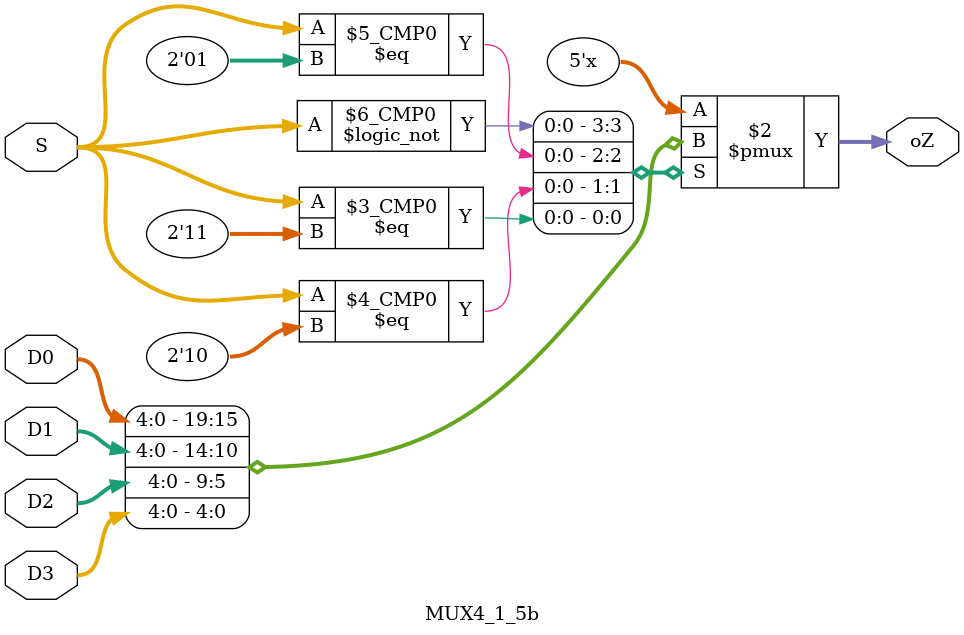
<source format=v>
`timescale 1ns / 1ps

module MUX4_1_5b(
    input [1:0]  S,
    input [4:0] D0,
    input [4:0] D1,
    input [4:0] D2,
    input [4:0] D3,
    output reg [4:0]oZ
    );
    always @(*) begin
        case (S)
            2'b00: begin oZ <= D0; end
            2'b01: begin oZ <= D1; end
            2'b10: begin oZ <= D2; end
            2'b11: begin oZ <= D3; end 
            default: ;
        endcase
    end
endmodule

</source>
